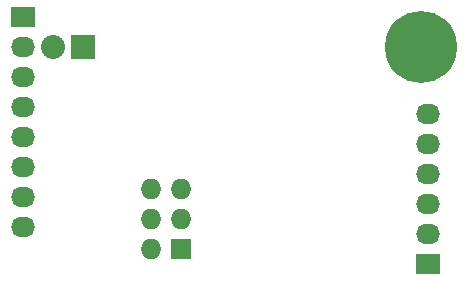
<source format=gbr>
G04 #@! TF.FileFunction,Soldermask,Bot*
%FSLAX46Y46*%
G04 Gerber Fmt 4.6, Leading zero omitted, Abs format (unit mm)*
G04 Created by KiCad (PCBNEW 0.201412031631+5310~19~ubuntu14.04.1-product) date sáb 06 dic 2014 19:23:05 CET*
%MOMM*%
G01*
G04 APERTURE LIST*
%ADD10C,0.100000*%
%ADD11R,1.727200X1.727200*%
%ADD12O,1.727200X1.727200*%
%ADD13C,6.096000*%
%ADD14R,2.032000X1.727200*%
%ADD15O,2.032000X1.727200*%
%ADD16R,2.032000X2.032000*%
%ADD17O,2.032000X2.032000*%
G04 APERTURE END LIST*
D10*
D11*
X149225000Y-108585000D03*
D12*
X146685000Y-108585000D03*
X149225000Y-106045000D03*
X146685000Y-106045000D03*
X149225000Y-103505000D03*
X146685000Y-103505000D03*
D13*
X169545000Y-91440000D03*
D14*
X135890000Y-88900000D03*
D15*
X135890000Y-91440000D03*
X135890000Y-93980000D03*
X135890000Y-96520000D03*
X135890000Y-99060000D03*
X135890000Y-101600000D03*
X135890000Y-104140000D03*
X135890000Y-106680000D03*
D16*
X140970000Y-91440000D03*
D17*
X138430000Y-91440000D03*
D14*
X170180000Y-109855000D03*
D15*
X170180000Y-107315000D03*
X170180000Y-104775000D03*
X170180000Y-102235000D03*
X170180000Y-99695000D03*
X170180000Y-97155000D03*
M02*

</source>
